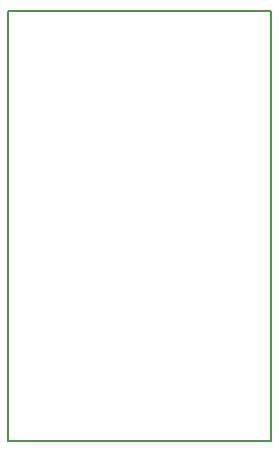
<source format=gm1>
G04 MADE WITH FRITZING*
G04 WWW.FRITZING.ORG*
G04 DOUBLE SIDED*
G04 HOLES PLATED*
G04 CONTOUR ON CENTER OF CONTOUR VECTOR*
%ASAXBY*%
%FSLAX23Y23*%
%MOIN*%
%OFA0B0*%
%SFA1.0B1.0*%
%ADD10R,0.885138X1.439870*%
%ADD11C,0.008000*%
%ADD10C,0.008*%
%LNCONTOUR*%
G90*
G70*
G54D10*
G54D11*
X4Y1436D02*
X881Y1436D01*
X881Y4D01*
X4Y4D01*
X4Y1436D01*
D02*
G04 End of contour*
M02*
</source>
